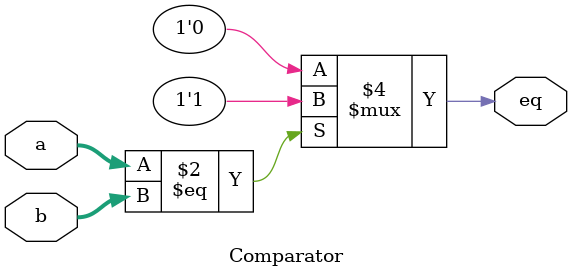
<source format=v>
`timescale 1ns / 1ps


module Comparator(
  input wire [31:0] a,
  input wire [31:0] b,
  output reg eq  // equal
);

  always @* begin
    if (a == b)
      eq = 1'b1;
    else
      eq = 1'b0;
  end

endmodule



</source>
